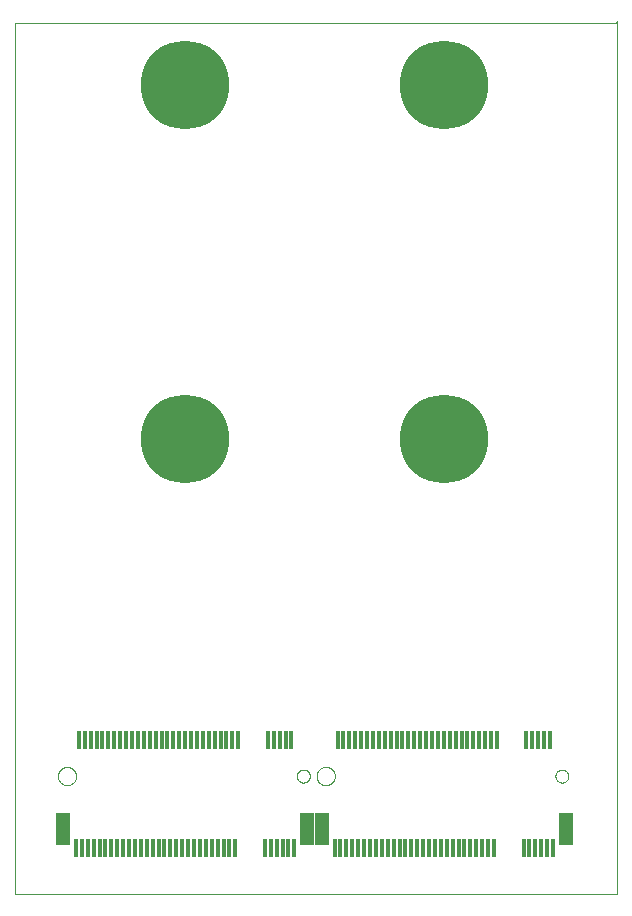
<source format=gtl>
G75*
%MOIN*%
%OFA0B0*%
%FSLAX25Y25*%
%IPPOS*%
%LPD*%
%AMOC8*
5,1,8,0,0,1.08239X$1,22.5*
%
%ADD10C,0.00000*%
%ADD11R,0.01181X0.06102*%
%ADD12R,0.04724X0.10827*%
%ADD13C,0.29528*%
D10*
X0001000Y0001000D02*
X0001000Y0291551D01*
X0201394Y0291551D01*
X0201787Y0291945D01*
X0201787Y0001000D01*
X0001000Y0001000D01*
X0015272Y0040370D02*
X0015274Y0040480D01*
X0015280Y0040590D01*
X0015290Y0040700D01*
X0015304Y0040809D01*
X0015322Y0040918D01*
X0015343Y0041026D01*
X0015369Y0041133D01*
X0015398Y0041239D01*
X0015432Y0041344D01*
X0015469Y0041448D01*
X0015510Y0041550D01*
X0015554Y0041651D01*
X0015602Y0041750D01*
X0015654Y0041848D01*
X0015709Y0041943D01*
X0015767Y0042036D01*
X0015829Y0042127D01*
X0015894Y0042216D01*
X0015962Y0042303D01*
X0016034Y0042387D01*
X0016108Y0042468D01*
X0016185Y0042547D01*
X0016265Y0042623D01*
X0016348Y0042695D01*
X0016433Y0042765D01*
X0016521Y0042832D01*
X0016611Y0042895D01*
X0016703Y0042955D01*
X0016797Y0043012D01*
X0016894Y0043066D01*
X0016992Y0043115D01*
X0017092Y0043162D01*
X0017194Y0043204D01*
X0017297Y0043243D01*
X0017401Y0043278D01*
X0017507Y0043310D01*
X0017613Y0043337D01*
X0017721Y0043361D01*
X0017829Y0043381D01*
X0017938Y0043397D01*
X0018048Y0043409D01*
X0018158Y0043417D01*
X0018268Y0043421D01*
X0018378Y0043421D01*
X0018488Y0043417D01*
X0018598Y0043409D01*
X0018708Y0043397D01*
X0018817Y0043381D01*
X0018925Y0043361D01*
X0019033Y0043337D01*
X0019139Y0043310D01*
X0019245Y0043278D01*
X0019349Y0043243D01*
X0019452Y0043204D01*
X0019554Y0043162D01*
X0019654Y0043115D01*
X0019752Y0043066D01*
X0019848Y0043012D01*
X0019943Y0042955D01*
X0020035Y0042895D01*
X0020125Y0042832D01*
X0020213Y0042765D01*
X0020298Y0042695D01*
X0020381Y0042623D01*
X0020461Y0042547D01*
X0020538Y0042468D01*
X0020612Y0042387D01*
X0020684Y0042303D01*
X0020752Y0042216D01*
X0020817Y0042127D01*
X0020879Y0042036D01*
X0020937Y0041943D01*
X0020992Y0041848D01*
X0021044Y0041750D01*
X0021092Y0041651D01*
X0021136Y0041550D01*
X0021177Y0041448D01*
X0021214Y0041344D01*
X0021248Y0041239D01*
X0021277Y0041133D01*
X0021303Y0041026D01*
X0021324Y0040918D01*
X0021342Y0040809D01*
X0021356Y0040700D01*
X0021366Y0040590D01*
X0021372Y0040480D01*
X0021374Y0040370D01*
X0021372Y0040260D01*
X0021366Y0040150D01*
X0021356Y0040040D01*
X0021342Y0039931D01*
X0021324Y0039822D01*
X0021303Y0039714D01*
X0021277Y0039607D01*
X0021248Y0039501D01*
X0021214Y0039396D01*
X0021177Y0039292D01*
X0021136Y0039190D01*
X0021092Y0039089D01*
X0021044Y0038990D01*
X0020992Y0038892D01*
X0020937Y0038797D01*
X0020879Y0038704D01*
X0020817Y0038613D01*
X0020752Y0038524D01*
X0020684Y0038437D01*
X0020612Y0038353D01*
X0020538Y0038272D01*
X0020461Y0038193D01*
X0020381Y0038117D01*
X0020298Y0038045D01*
X0020213Y0037975D01*
X0020125Y0037908D01*
X0020035Y0037845D01*
X0019943Y0037785D01*
X0019849Y0037728D01*
X0019752Y0037674D01*
X0019654Y0037625D01*
X0019554Y0037578D01*
X0019452Y0037536D01*
X0019349Y0037497D01*
X0019245Y0037462D01*
X0019139Y0037430D01*
X0019033Y0037403D01*
X0018925Y0037379D01*
X0018817Y0037359D01*
X0018708Y0037343D01*
X0018598Y0037331D01*
X0018488Y0037323D01*
X0018378Y0037319D01*
X0018268Y0037319D01*
X0018158Y0037323D01*
X0018048Y0037331D01*
X0017938Y0037343D01*
X0017829Y0037359D01*
X0017721Y0037379D01*
X0017613Y0037403D01*
X0017507Y0037430D01*
X0017401Y0037462D01*
X0017297Y0037497D01*
X0017194Y0037536D01*
X0017092Y0037578D01*
X0016992Y0037625D01*
X0016894Y0037674D01*
X0016797Y0037728D01*
X0016703Y0037785D01*
X0016611Y0037845D01*
X0016521Y0037908D01*
X0016433Y0037975D01*
X0016348Y0038045D01*
X0016265Y0038117D01*
X0016185Y0038193D01*
X0016108Y0038272D01*
X0016034Y0038353D01*
X0015962Y0038437D01*
X0015894Y0038524D01*
X0015829Y0038613D01*
X0015767Y0038704D01*
X0015709Y0038797D01*
X0015654Y0038892D01*
X0015602Y0038990D01*
X0015554Y0039089D01*
X0015510Y0039190D01*
X0015469Y0039292D01*
X0015432Y0039396D01*
X0015398Y0039501D01*
X0015369Y0039607D01*
X0015343Y0039714D01*
X0015322Y0039822D01*
X0015304Y0039931D01*
X0015290Y0040040D01*
X0015280Y0040150D01*
X0015274Y0040260D01*
X0015272Y0040370D01*
X0094898Y0040370D02*
X0094900Y0040463D01*
X0094906Y0040555D01*
X0094916Y0040647D01*
X0094930Y0040738D01*
X0094947Y0040829D01*
X0094969Y0040919D01*
X0094994Y0041008D01*
X0095023Y0041096D01*
X0095056Y0041182D01*
X0095093Y0041267D01*
X0095133Y0041351D01*
X0095177Y0041432D01*
X0095224Y0041512D01*
X0095274Y0041590D01*
X0095328Y0041665D01*
X0095385Y0041738D01*
X0095445Y0041808D01*
X0095508Y0041876D01*
X0095574Y0041941D01*
X0095642Y0042003D01*
X0095713Y0042063D01*
X0095787Y0042119D01*
X0095863Y0042172D01*
X0095941Y0042221D01*
X0096021Y0042268D01*
X0096103Y0042310D01*
X0096187Y0042350D01*
X0096272Y0042385D01*
X0096359Y0042417D01*
X0096447Y0042446D01*
X0096536Y0042470D01*
X0096626Y0042491D01*
X0096717Y0042507D01*
X0096809Y0042520D01*
X0096901Y0042529D01*
X0096994Y0042534D01*
X0097086Y0042535D01*
X0097179Y0042532D01*
X0097271Y0042525D01*
X0097363Y0042514D01*
X0097454Y0042499D01*
X0097545Y0042481D01*
X0097635Y0042458D01*
X0097723Y0042432D01*
X0097811Y0042402D01*
X0097897Y0042368D01*
X0097981Y0042331D01*
X0098064Y0042289D01*
X0098145Y0042245D01*
X0098225Y0042197D01*
X0098302Y0042146D01*
X0098376Y0042091D01*
X0098449Y0042033D01*
X0098519Y0041973D01*
X0098586Y0041909D01*
X0098650Y0041843D01*
X0098712Y0041773D01*
X0098770Y0041702D01*
X0098825Y0041628D01*
X0098877Y0041551D01*
X0098926Y0041472D01*
X0098972Y0041392D01*
X0099014Y0041309D01*
X0099052Y0041225D01*
X0099087Y0041139D01*
X0099118Y0041052D01*
X0099145Y0040964D01*
X0099168Y0040874D01*
X0099188Y0040784D01*
X0099204Y0040693D01*
X0099216Y0040601D01*
X0099224Y0040509D01*
X0099228Y0040416D01*
X0099228Y0040324D01*
X0099224Y0040231D01*
X0099216Y0040139D01*
X0099204Y0040047D01*
X0099188Y0039956D01*
X0099168Y0039866D01*
X0099145Y0039776D01*
X0099118Y0039688D01*
X0099087Y0039601D01*
X0099052Y0039515D01*
X0099014Y0039431D01*
X0098972Y0039348D01*
X0098926Y0039268D01*
X0098877Y0039189D01*
X0098825Y0039112D01*
X0098770Y0039038D01*
X0098712Y0038967D01*
X0098650Y0038897D01*
X0098586Y0038831D01*
X0098519Y0038767D01*
X0098449Y0038707D01*
X0098376Y0038649D01*
X0098302Y0038594D01*
X0098225Y0038543D01*
X0098146Y0038495D01*
X0098064Y0038451D01*
X0097981Y0038409D01*
X0097897Y0038372D01*
X0097811Y0038338D01*
X0097723Y0038308D01*
X0097635Y0038282D01*
X0097545Y0038259D01*
X0097454Y0038241D01*
X0097363Y0038226D01*
X0097271Y0038215D01*
X0097179Y0038208D01*
X0097086Y0038205D01*
X0096994Y0038206D01*
X0096901Y0038211D01*
X0096809Y0038220D01*
X0096717Y0038233D01*
X0096626Y0038249D01*
X0096536Y0038270D01*
X0096447Y0038294D01*
X0096359Y0038323D01*
X0096272Y0038355D01*
X0096187Y0038390D01*
X0096103Y0038430D01*
X0096021Y0038472D01*
X0095941Y0038519D01*
X0095863Y0038568D01*
X0095787Y0038621D01*
X0095713Y0038677D01*
X0095642Y0038737D01*
X0095574Y0038799D01*
X0095508Y0038864D01*
X0095445Y0038932D01*
X0095385Y0039002D01*
X0095328Y0039075D01*
X0095274Y0039150D01*
X0095224Y0039228D01*
X0095177Y0039308D01*
X0095133Y0039389D01*
X0095093Y0039473D01*
X0095056Y0039558D01*
X0095023Y0039644D01*
X0094994Y0039732D01*
X0094969Y0039821D01*
X0094947Y0039911D01*
X0094930Y0040002D01*
X0094916Y0040093D01*
X0094906Y0040185D01*
X0094900Y0040277D01*
X0094898Y0040370D01*
X0101492Y0040370D02*
X0101494Y0040480D01*
X0101500Y0040590D01*
X0101510Y0040700D01*
X0101524Y0040809D01*
X0101542Y0040918D01*
X0101563Y0041026D01*
X0101589Y0041133D01*
X0101618Y0041239D01*
X0101652Y0041344D01*
X0101689Y0041448D01*
X0101730Y0041550D01*
X0101774Y0041651D01*
X0101822Y0041750D01*
X0101874Y0041848D01*
X0101929Y0041943D01*
X0101987Y0042036D01*
X0102049Y0042127D01*
X0102114Y0042216D01*
X0102182Y0042303D01*
X0102254Y0042387D01*
X0102328Y0042468D01*
X0102405Y0042547D01*
X0102485Y0042623D01*
X0102568Y0042695D01*
X0102653Y0042765D01*
X0102741Y0042832D01*
X0102831Y0042895D01*
X0102923Y0042955D01*
X0103017Y0043012D01*
X0103114Y0043066D01*
X0103212Y0043115D01*
X0103312Y0043162D01*
X0103414Y0043204D01*
X0103517Y0043243D01*
X0103621Y0043278D01*
X0103727Y0043310D01*
X0103833Y0043337D01*
X0103941Y0043361D01*
X0104049Y0043381D01*
X0104158Y0043397D01*
X0104268Y0043409D01*
X0104378Y0043417D01*
X0104488Y0043421D01*
X0104598Y0043421D01*
X0104708Y0043417D01*
X0104818Y0043409D01*
X0104928Y0043397D01*
X0105037Y0043381D01*
X0105145Y0043361D01*
X0105253Y0043337D01*
X0105359Y0043310D01*
X0105465Y0043278D01*
X0105569Y0043243D01*
X0105672Y0043204D01*
X0105774Y0043162D01*
X0105874Y0043115D01*
X0105972Y0043066D01*
X0106068Y0043012D01*
X0106163Y0042955D01*
X0106255Y0042895D01*
X0106345Y0042832D01*
X0106433Y0042765D01*
X0106518Y0042695D01*
X0106601Y0042623D01*
X0106681Y0042547D01*
X0106758Y0042468D01*
X0106832Y0042387D01*
X0106904Y0042303D01*
X0106972Y0042216D01*
X0107037Y0042127D01*
X0107099Y0042036D01*
X0107157Y0041943D01*
X0107212Y0041848D01*
X0107264Y0041750D01*
X0107312Y0041651D01*
X0107356Y0041550D01*
X0107397Y0041448D01*
X0107434Y0041344D01*
X0107468Y0041239D01*
X0107497Y0041133D01*
X0107523Y0041026D01*
X0107544Y0040918D01*
X0107562Y0040809D01*
X0107576Y0040700D01*
X0107586Y0040590D01*
X0107592Y0040480D01*
X0107594Y0040370D01*
X0107592Y0040260D01*
X0107586Y0040150D01*
X0107576Y0040040D01*
X0107562Y0039931D01*
X0107544Y0039822D01*
X0107523Y0039714D01*
X0107497Y0039607D01*
X0107468Y0039501D01*
X0107434Y0039396D01*
X0107397Y0039292D01*
X0107356Y0039190D01*
X0107312Y0039089D01*
X0107264Y0038990D01*
X0107212Y0038892D01*
X0107157Y0038797D01*
X0107099Y0038704D01*
X0107037Y0038613D01*
X0106972Y0038524D01*
X0106904Y0038437D01*
X0106832Y0038353D01*
X0106758Y0038272D01*
X0106681Y0038193D01*
X0106601Y0038117D01*
X0106518Y0038045D01*
X0106433Y0037975D01*
X0106345Y0037908D01*
X0106255Y0037845D01*
X0106163Y0037785D01*
X0106069Y0037728D01*
X0105972Y0037674D01*
X0105874Y0037625D01*
X0105774Y0037578D01*
X0105672Y0037536D01*
X0105569Y0037497D01*
X0105465Y0037462D01*
X0105359Y0037430D01*
X0105253Y0037403D01*
X0105145Y0037379D01*
X0105037Y0037359D01*
X0104928Y0037343D01*
X0104818Y0037331D01*
X0104708Y0037323D01*
X0104598Y0037319D01*
X0104488Y0037319D01*
X0104378Y0037323D01*
X0104268Y0037331D01*
X0104158Y0037343D01*
X0104049Y0037359D01*
X0103941Y0037379D01*
X0103833Y0037403D01*
X0103727Y0037430D01*
X0103621Y0037462D01*
X0103517Y0037497D01*
X0103414Y0037536D01*
X0103312Y0037578D01*
X0103212Y0037625D01*
X0103114Y0037674D01*
X0103017Y0037728D01*
X0102923Y0037785D01*
X0102831Y0037845D01*
X0102741Y0037908D01*
X0102653Y0037975D01*
X0102568Y0038045D01*
X0102485Y0038117D01*
X0102405Y0038193D01*
X0102328Y0038272D01*
X0102254Y0038353D01*
X0102182Y0038437D01*
X0102114Y0038524D01*
X0102049Y0038613D01*
X0101987Y0038704D01*
X0101929Y0038797D01*
X0101874Y0038892D01*
X0101822Y0038990D01*
X0101774Y0039089D01*
X0101730Y0039190D01*
X0101689Y0039292D01*
X0101652Y0039396D01*
X0101618Y0039501D01*
X0101589Y0039607D01*
X0101563Y0039714D01*
X0101542Y0039822D01*
X0101524Y0039931D01*
X0101510Y0040040D01*
X0101500Y0040150D01*
X0101494Y0040260D01*
X0101492Y0040370D01*
X0181118Y0040370D02*
X0181120Y0040463D01*
X0181126Y0040555D01*
X0181136Y0040647D01*
X0181150Y0040738D01*
X0181167Y0040829D01*
X0181189Y0040919D01*
X0181214Y0041008D01*
X0181243Y0041096D01*
X0181276Y0041182D01*
X0181313Y0041267D01*
X0181353Y0041351D01*
X0181397Y0041432D01*
X0181444Y0041512D01*
X0181494Y0041590D01*
X0181548Y0041665D01*
X0181605Y0041738D01*
X0181665Y0041808D01*
X0181728Y0041876D01*
X0181794Y0041941D01*
X0181862Y0042003D01*
X0181933Y0042063D01*
X0182007Y0042119D01*
X0182083Y0042172D01*
X0182161Y0042221D01*
X0182241Y0042268D01*
X0182323Y0042310D01*
X0182407Y0042350D01*
X0182492Y0042385D01*
X0182579Y0042417D01*
X0182667Y0042446D01*
X0182756Y0042470D01*
X0182846Y0042491D01*
X0182937Y0042507D01*
X0183029Y0042520D01*
X0183121Y0042529D01*
X0183214Y0042534D01*
X0183306Y0042535D01*
X0183399Y0042532D01*
X0183491Y0042525D01*
X0183583Y0042514D01*
X0183674Y0042499D01*
X0183765Y0042481D01*
X0183855Y0042458D01*
X0183943Y0042432D01*
X0184031Y0042402D01*
X0184117Y0042368D01*
X0184201Y0042331D01*
X0184284Y0042289D01*
X0184365Y0042245D01*
X0184445Y0042197D01*
X0184522Y0042146D01*
X0184596Y0042091D01*
X0184669Y0042033D01*
X0184739Y0041973D01*
X0184806Y0041909D01*
X0184870Y0041843D01*
X0184932Y0041773D01*
X0184990Y0041702D01*
X0185045Y0041628D01*
X0185097Y0041551D01*
X0185146Y0041472D01*
X0185192Y0041392D01*
X0185234Y0041309D01*
X0185272Y0041225D01*
X0185307Y0041139D01*
X0185338Y0041052D01*
X0185365Y0040964D01*
X0185388Y0040874D01*
X0185408Y0040784D01*
X0185424Y0040693D01*
X0185436Y0040601D01*
X0185444Y0040509D01*
X0185448Y0040416D01*
X0185448Y0040324D01*
X0185444Y0040231D01*
X0185436Y0040139D01*
X0185424Y0040047D01*
X0185408Y0039956D01*
X0185388Y0039866D01*
X0185365Y0039776D01*
X0185338Y0039688D01*
X0185307Y0039601D01*
X0185272Y0039515D01*
X0185234Y0039431D01*
X0185192Y0039348D01*
X0185146Y0039268D01*
X0185097Y0039189D01*
X0185045Y0039112D01*
X0184990Y0039038D01*
X0184932Y0038967D01*
X0184870Y0038897D01*
X0184806Y0038831D01*
X0184739Y0038767D01*
X0184669Y0038707D01*
X0184596Y0038649D01*
X0184522Y0038594D01*
X0184445Y0038543D01*
X0184366Y0038495D01*
X0184284Y0038451D01*
X0184201Y0038409D01*
X0184117Y0038372D01*
X0184031Y0038338D01*
X0183943Y0038308D01*
X0183855Y0038282D01*
X0183765Y0038259D01*
X0183674Y0038241D01*
X0183583Y0038226D01*
X0183491Y0038215D01*
X0183399Y0038208D01*
X0183306Y0038205D01*
X0183214Y0038206D01*
X0183121Y0038211D01*
X0183029Y0038220D01*
X0182937Y0038233D01*
X0182846Y0038249D01*
X0182756Y0038270D01*
X0182667Y0038294D01*
X0182579Y0038323D01*
X0182492Y0038355D01*
X0182407Y0038390D01*
X0182323Y0038430D01*
X0182241Y0038472D01*
X0182161Y0038519D01*
X0182083Y0038568D01*
X0182007Y0038621D01*
X0181933Y0038677D01*
X0181862Y0038737D01*
X0181794Y0038799D01*
X0181728Y0038864D01*
X0181665Y0038932D01*
X0181605Y0039002D01*
X0181548Y0039075D01*
X0181494Y0039150D01*
X0181444Y0039228D01*
X0181397Y0039308D01*
X0181353Y0039389D01*
X0181313Y0039473D01*
X0181276Y0039558D01*
X0181243Y0039644D01*
X0181214Y0039732D01*
X0181189Y0039821D01*
X0181167Y0039911D01*
X0181150Y0040002D01*
X0181136Y0040093D01*
X0181126Y0040185D01*
X0181120Y0040277D01*
X0181118Y0040370D01*
D11*
X0179346Y0052378D03*
X0177378Y0052378D03*
X0175409Y0052378D03*
X0173441Y0052378D03*
X0171472Y0052378D03*
X0161630Y0052378D03*
X0159661Y0052378D03*
X0157693Y0052378D03*
X0155724Y0052378D03*
X0153756Y0052378D03*
X0151787Y0052378D03*
X0149819Y0052378D03*
X0147850Y0052378D03*
X0145882Y0052378D03*
X0143913Y0052378D03*
X0141945Y0052378D03*
X0139976Y0052378D03*
X0138008Y0052378D03*
X0136039Y0052378D03*
X0134071Y0052378D03*
X0132102Y0052378D03*
X0130134Y0052378D03*
X0128165Y0052378D03*
X0126197Y0052378D03*
X0124228Y0052378D03*
X0122260Y0052378D03*
X0120291Y0052378D03*
X0118323Y0052378D03*
X0116354Y0052378D03*
X0114386Y0052378D03*
X0112417Y0052378D03*
X0110449Y0052378D03*
X0108480Y0052378D03*
X0093126Y0052378D03*
X0091157Y0052378D03*
X0089189Y0052378D03*
X0087220Y0052378D03*
X0085252Y0052378D03*
X0075409Y0052378D03*
X0073441Y0052378D03*
X0071472Y0052378D03*
X0069504Y0052378D03*
X0067535Y0052378D03*
X0065567Y0052378D03*
X0063598Y0052378D03*
X0061630Y0052378D03*
X0059661Y0052378D03*
X0057693Y0052378D03*
X0055724Y0052378D03*
X0053756Y0052378D03*
X0051787Y0052378D03*
X0049819Y0052378D03*
X0047850Y0052378D03*
X0045882Y0052378D03*
X0043913Y0052378D03*
X0041945Y0052378D03*
X0039976Y0052378D03*
X0038008Y0052378D03*
X0036039Y0052378D03*
X0034071Y0052378D03*
X0032102Y0052378D03*
X0030134Y0052378D03*
X0028165Y0052378D03*
X0026197Y0052378D03*
X0024228Y0052378D03*
X0022260Y0052378D03*
X0023244Y0016551D03*
X0021276Y0016551D03*
X0025213Y0016551D03*
X0027181Y0016551D03*
X0029150Y0016551D03*
X0031118Y0016551D03*
X0033087Y0016551D03*
X0035055Y0016551D03*
X0037024Y0016551D03*
X0038992Y0016551D03*
X0040961Y0016551D03*
X0042929Y0016551D03*
X0044898Y0016551D03*
X0046866Y0016551D03*
X0048835Y0016551D03*
X0050803Y0016551D03*
X0052772Y0016551D03*
X0054740Y0016551D03*
X0056709Y0016551D03*
X0058677Y0016551D03*
X0060646Y0016551D03*
X0062614Y0016551D03*
X0064583Y0016551D03*
X0066551Y0016551D03*
X0068520Y0016551D03*
X0070488Y0016551D03*
X0072457Y0016551D03*
X0074425Y0016551D03*
X0084268Y0016551D03*
X0086236Y0016551D03*
X0088205Y0016551D03*
X0090173Y0016551D03*
X0092142Y0016551D03*
X0094110Y0016551D03*
X0107496Y0016551D03*
X0109465Y0016551D03*
X0111433Y0016551D03*
X0113402Y0016551D03*
X0115370Y0016551D03*
X0117339Y0016551D03*
X0119307Y0016551D03*
X0121276Y0016551D03*
X0123244Y0016551D03*
X0125213Y0016551D03*
X0127181Y0016551D03*
X0129150Y0016551D03*
X0131118Y0016551D03*
X0133087Y0016551D03*
X0135055Y0016551D03*
X0137024Y0016551D03*
X0138992Y0016551D03*
X0140961Y0016551D03*
X0142929Y0016551D03*
X0144898Y0016551D03*
X0146866Y0016551D03*
X0148835Y0016551D03*
X0150803Y0016551D03*
X0152772Y0016551D03*
X0154740Y0016551D03*
X0156709Y0016551D03*
X0158677Y0016551D03*
X0160646Y0016551D03*
X0170488Y0016551D03*
X0172457Y0016551D03*
X0174425Y0016551D03*
X0176394Y0016551D03*
X0178362Y0016551D03*
X0180331Y0016551D03*
D12*
X0184661Y0022654D03*
X0103165Y0022654D03*
X0098441Y0022654D03*
X0016945Y0022654D03*
D13*
X0057693Y0152575D03*
X0057693Y0270685D03*
X0143913Y0270685D03*
X0143913Y0152575D03*
M02*

</source>
